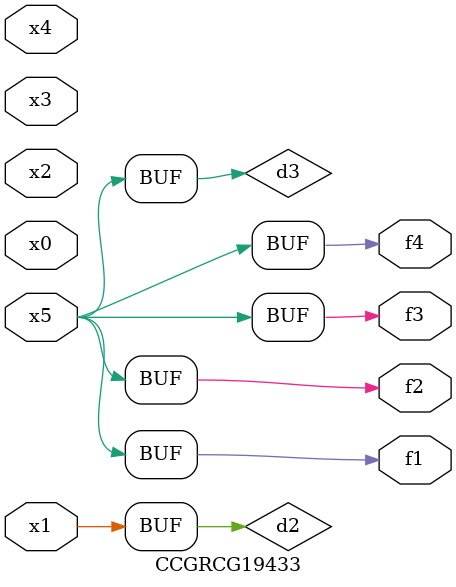
<source format=v>
module CCGRCG19433(
	input x0, x1, x2, x3, x4, x5,
	output f1, f2, f3, f4
);

	wire d1, d2, d3;

	not (d1, x5);
	or (d2, x1);
	xnor (d3, d1);
	assign f1 = d3;
	assign f2 = d3;
	assign f3 = d3;
	assign f4 = d3;
endmodule

</source>
